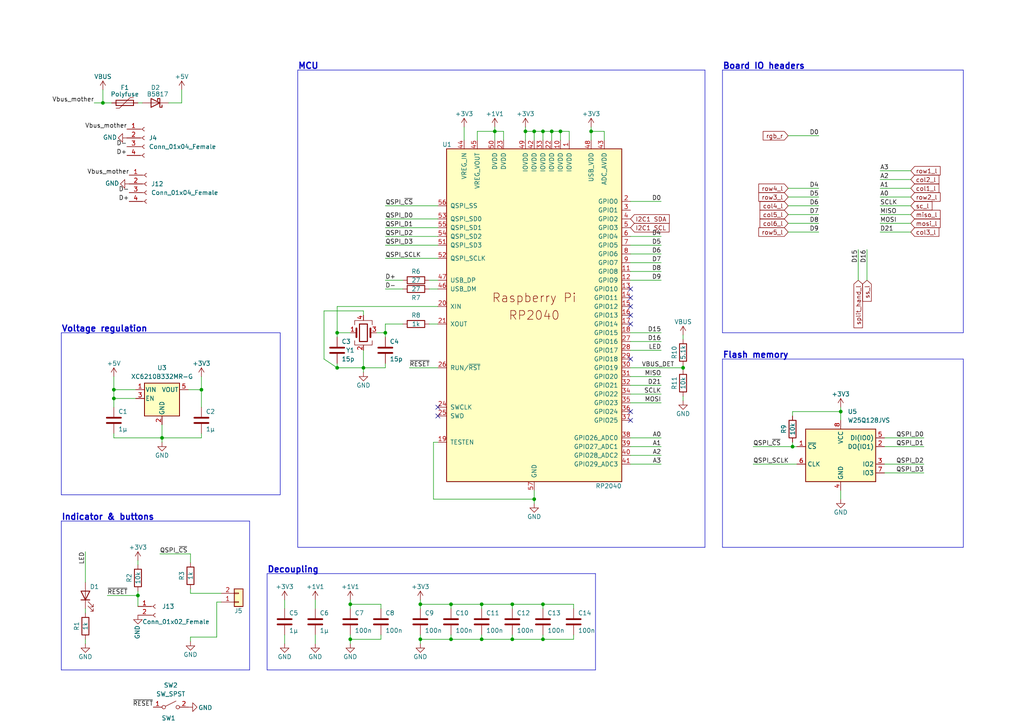
<source format=kicad_sch>
(kicad_sch (version 20230121) (generator eeschema)
  (paper "A4")
  (title_block (title "Splinktegrated  ") (rev "2") (company "bastardkb"))
  (junction (at -123.19 54.61))
  (junction (at 46.99 127))
  (junction (at 105.41 106.68))
  (junction (at 154.94 38.1))
  (junction (at 162.56 38.1))
  (junction (at 111.76 96.52))
  (junction (at 157.48 185.42))
  (junction (at 101.6 185.42))
  (junction (at 40.005 172.72))
  (junction (at -85.09 48.26))
  (junction (at -111.76 72.39))
  (junction (at 157.48 38.1))
  (junction (at 97.79 96.52))
  (junction (at 157.48 175.26))
  (junction (at 101.6 175.26))
  (junction (at 121.92 185.42))
  (junction (at 148.59 185.42))
  (junction (at 130.81 175.26))
  (junction (at 148.59 175.26))
  (junction (at 152.4 38.1))
  (junction (at 160.02 38.1))
  (junction (at 33.02 113.03))
  (junction (at 171.45 38.1))
  (junction (at 139.7 185.42))
  (junction (at 154.94 144.78))
  (junction (at -104.14 72.39))
  (junction (at 198.12 106.68))
  (junction (at 58.42 113.03))
  (junction (at 229.87 129.54))
  (junction (at 139.7 175.26))
  (junction (at -68.58 40.64))
  (junction (at -123.19 49.53))
  (junction (at 130.81 185.42))
  (junction (at 97.79 106.68))
  (junction (at -88.9 38.1))
  (junction (at 33.02 115.57))
  (junction (at -85.09 50.8))
  (junction (at 243.84 119.38))
  (junction (at 29.845 29.845))
  (junction (at -88.9 40.64))
  (junction (at 143.51 38.1))
  (junction (at 121.92 175.26))
  (no_connect (at 182.88 119.38))
  (no_connect (at 182.88 121.92))
  (no_connect (at 182.88 83.82))
  (no_connect (at 182.88 104.14))
  (no_connect (at 182.88 86.36))
  (no_connect (at 182.88 88.9))
  (no_connect (at 182.88 91.44))
  (no_connect (at 182.88 93.98))
  (no_connect (at -88.9 60.96))
  (no_connect (at -88.9 63.5))
  (no_connect (at 127 118.11))
  (no_connect (at 127 120.65))
  (polyline (pts (xy 209.55 96.52) (xy 279.4 96.52)))
  (wire (pts (xy 171.45 38.1) (xy 171.45 40.64)))
  (wire (pts (xy 33.02 115.57) (xy 33.02 118.11)))
  (wire (pts (xy 105.41 91.44) (xy 105.41 90.17)))
  (wire (pts (xy 118.745 106.68) (xy 127 106.68)))
  (wire (pts (xy 58.42 109.22) (xy 58.42 113.03)))
  (wire (pts (xy 55.245 170.815) (xy 55.245 172.085)))
  (wire (pts (xy 82.55 173.99) (xy 82.55 176.53)))
  (wire (pts (xy 40.005 29.845) (xy 41.275 29.845)))
  (wire (pts (xy 267.97 134.62) (xy 256.54 134.62)))
  (wire (pts (xy -123.19 49.53) (xy -85.09 49.53)))
  (wire (pts (xy -123.19 41.91) (xy -88.9 41.91)))
  (wire (pts (xy 101.6 175.26) (xy 110.49 175.26)))
  (wire (pts (xy 121.92 173.99) (xy 121.92 175.26)))
  (polyline (pts (xy 17.78 194.31) (xy 72.39 194.31)))
  (wire (pts (xy 255.27 54.61) (xy 264.16 54.61)))
  (wire (pts (xy 228.6 67.31) (xy 237.49 67.31)))
  (polyline (pts (xy 204.47 158.75) (xy 204.47 20.32)))
  (wire (pts (xy 182.88 127) (xy 191.77 127)))
  (wire (pts (xy -111.76 81.28) (xy -111.76 72.39)))
  (wire (pts (xy -88.9 50.8) (xy -85.09 50.8)))
  (wire (pts (xy 91.44 173.99) (xy 91.44 176.53)))
  (wire (pts (xy -85.09 54.61) (xy -85.09 50.8)))
  (wire (pts (xy 267.97 137.16) (xy 256.54 137.16)))
  (polyline (pts (xy 279.4 104.14) (xy 209.55 104.14)))
  (wire (pts (xy 111.76 66.04) (xy 127 66.04)))
  (wire (pts (xy 182.88 101.6) (xy 191.77 101.6)))
  (wire (pts (xy 121.92 185.42) (xy 130.81 185.42)))
  (wire (pts (xy 33.02 113.03) (xy 39.37 113.03)))
  (wire (pts (xy 101.6 175.26) (xy 101.6 176.53)))
  (wire (pts (xy 243.84 118.11) (xy 243.84 119.38)))
  (wire (pts (xy 109.22 96.52) (xy 111.76 96.52)))
  (wire (pts (xy 105.41 106.68) (xy 105.41 107.95)))
  (wire (pts (xy 162.56 38.1) (xy 165.1 38.1)))
  (wire (pts (xy -138.43 72.39) (xy -138.43 77.47)))
  (wire (pts (xy 48.895 29.845) (xy 52.705 29.845)))
  (wire (pts (xy 121.92 175.26) (xy 130.81 175.26)))
  (wire (pts (xy 228.6 64.77) (xy 237.49 64.77)))
  (wire (pts (xy 97.79 96.52) (xy 97.79 88.9)))
  (wire (pts (xy 111.76 68.58) (xy 127 68.58)))
  (wire (pts (xy 198.12 114.935) (xy 198.12 116.205)))
  (wire (pts (xy 143.51 38.1) (xy 143.51 40.64)))
  (wire (pts (xy 182.88 129.54) (xy 191.77 129.54)))
  (wire (pts (xy 130.81 184.15) (xy 130.81 185.42)))
  (wire (pts (xy -88.9 39.37) (xy -88.9 38.1)))
  (wire (pts (xy -85.09 48.26) (xy -88.9 48.26)))
  (polyline (pts (xy -39.37 137.795) (xy -121.92 137.795)))
  (wire (pts (xy 121.92 185.42) (xy 121.92 186.69)))
  (wire (pts (xy 267.97 127) (xy 256.54 127)))
  (wire (pts (xy 52.705 26.035) (xy 52.705 29.845)))
  (wire (pts (xy 33.02 127) (xy 46.99 127)))
  (wire (pts (xy 125.73 128.27) (xy 127 128.27)))
  (wire (pts (xy 101.6 185.42) (xy 101.6 186.69)))
  (wire (pts (xy 124.46 81.28) (xy 127 81.28)))
  (wire (pts (xy -88.9 45.72) (xy -86.36 45.72)))
  (wire (pts (xy 93.98 90.17) (xy 93.98 104.14)))
  (wire (pts (xy 101.6 185.42) (xy 110.49 185.42)))
  (wire (pts (xy 251.46 81.28) (xy 251.46 72.39)))
  (wire (pts (xy 139.7 185.42) (xy 148.59 185.42)))
  (wire (pts (xy 124.46 93.98) (xy 127 93.98)))
  (wire (pts (xy -86.36 45.72) (xy -85.09 48.26)))
  (wire (pts (xy -105.41 72.39) (xy -104.14 72.39)))
  (wire (pts (xy 243.84 142.24) (xy 243.84 144.78)))
  (wire (pts (xy 157.48 38.1) (xy 157.48 40.64)))
  (wire (pts (xy 111.76 106.68) (xy 111.76 105.41)))
  (wire (pts (xy 62.865 174.625) (xy 62.865 184.785)))
  (wire (pts (xy -88.9 33.02) (xy -86.36 33.02)))
  (wire (pts (xy 46.355 160.655) (xy 55.245 160.655)))
  (wire (pts (xy 58.42 125.73) (xy 58.42 127)))
  (wire (pts (xy 255.27 64.77) (xy 264.16 64.77)))
  (wire (pts (xy 255.27 62.23) (xy 264.16 62.23)))
  (wire (pts (xy 229.87 129.54) (xy 231.14 129.54)))
  (wire (pts (xy 248.92 81.28) (xy 248.92 72.39)))
  (wire (pts (xy 105.41 106.68) (xy 111.76 106.68)))
  (wire (pts (xy 154.94 144.78) (xy 154.94 146.05)))
  (wire (pts (xy -123.19 29.21) (xy -86.36 29.21)))
  (wire (pts (xy 182.88 109.22) (xy 191.77 109.22)))
  (wire (pts (xy 152.4 36.83) (xy 152.4 38.1)))
  (wire (pts (xy 146.05 40.64) (xy 146.05 38.1)))
  (wire (pts (xy 154.94 142.24) (xy 154.94 144.78)))
  (wire (pts (xy 40.005 171.45) (xy 40.005 172.72)))
  (wire (pts (xy -85.09 49.53) (xy -85.09 48.26)))
  (wire (pts (xy 175.26 40.64) (xy 175.26 38.1)))
  (wire (pts (xy -146.05 72.39) (xy -146.05 81.28)))
  (wire (pts (xy 55.245 160.655) (xy 55.245 163.195)))
  (wire (pts (xy 198.12 106.68) (xy 198.12 107.315)))
  (wire (pts (xy 139.7 184.15) (xy 139.7 185.42)))
  (wire (pts (xy 157.48 185.42) (xy 166.37 185.42)))
  (wire (pts (xy 182.88 68.58) (xy 191.77 68.58)))
  (wire (pts (xy -111.76 72.39) (xy -110.49 72.39)))
  (wire (pts (xy 182.88 114.3) (xy 191.77 114.3)))
  (wire (pts (xy 97.79 106.68) (xy 105.41 106.68)))
  (wire (pts (xy 166.37 176.53) (xy 166.37 175.26)))
  (wire (pts (xy 171.45 38.1) (xy 175.26 38.1)))
  (wire (pts (xy 125.73 128.27) (xy 125.73 144.78)))
  (wire (pts (xy 139.7 175.26) (xy 148.59 175.26)))
  (polyline (pts (xy -39.37 85.09) (xy -39.37 137.795)))
  (wire (pts (xy -88.9 41.91) (xy -88.9 40.64)))
  (wire (pts (xy 58.42 113.03) (xy 58.42 118.11)))
  (wire (pts (xy 218.44 134.62) (xy 231.14 134.62)))
  (wire (pts (xy 228.6 39.37) (xy 237.49 39.37)))
  (wire (pts (xy 152.4 38.1) (xy 152.4 40.64)))
  (wire (pts (xy 105.41 90.17) (xy 93.98 90.17)))
  (wire (pts (xy 255.27 52.07) (xy 264.16 52.07)))
  (wire (pts (xy 228.6 59.69) (xy 237.49 59.69)))
  (polyline (pts (xy 209.55 104.14) (xy 209.55 158.75)))
  (wire (pts (xy -123.19 52.07) (xy -123.19 54.61)))
  (wire (pts (xy -123.19 54.61) (xy -85.09 54.61)))
  (wire (pts (xy 148.59 175.26) (xy 157.48 175.26)))
  (wire (pts (xy 110.49 184.15) (xy 110.49 185.42)))
  (polyline (pts (xy 17.78 151.13) (xy 17.78 194.31)))
  (wire (pts (xy 182.88 106.68) (xy 198.12 106.68)))
  (wire (pts (xy 243.84 119.38) (xy 243.84 121.92)))
  (wire (pts (xy 182.88 132.08) (xy 191.77 132.08)))
  (wire (pts (xy 24.765 176.53) (xy 24.765 177.8)))
  (wire (pts (xy 40.005 172.72) (xy 40.005 175.895)))
  (wire (pts (xy 182.88 111.76) (xy 191.77 111.76)))
  (wire (pts (xy 111.76 96.52) (xy 111.76 97.79)))
  (wire (pts (xy 62.865 184.785) (xy 55.245 184.785)))
  (wire (pts (xy -88.9 38.1) (xy -80.01 38.1)))
  (wire (pts (xy 228.6 57.15) (xy 237.49 57.15)))
  (wire (pts (xy 121.92 184.15) (xy 121.92 185.42)))
  (wire (pts (xy 171.45 36.83) (xy 171.45 38.1)))
  (wire (pts (xy 97.79 97.79) (xy 97.79 96.52)))
  (wire (pts (xy 24.765 185.42) (xy 24.765 186.69)))
  (polyline (pts (xy 279.4 96.52) (xy 279.4 20.32)))
  (polyline (pts (xy -121.92 16.51) (xy -39.37 16.51)))
  (wire (pts (xy 228.6 54.61) (xy 237.49 54.61)))
  (wire (pts (xy 218.44 129.54) (xy 229.87 129.54)))
  (wire (pts (xy 130.81 185.42) (xy 139.7 185.42)))
  (wire (pts (xy -146.05 81.28) (xy -111.76 81.28)))
  (wire (pts (xy 82.55 184.15) (xy 82.55 186.69)))
  (wire (pts (xy 182.88 73.66) (xy 191.77 73.66)))
  (wire (pts (xy -123.19 39.37) (xy -88.9 39.37)))
  (wire (pts (xy 97.79 105.41) (xy 97.79 106.68)))
  (wire (pts (xy 130.81 175.26) (xy 130.81 176.53)))
  (wire (pts (xy -123.19 34.29) (xy -123.19 29.21)))
  (wire (pts (xy 97.79 96.52) (xy 101.6 96.52)))
  (wire (pts (xy 111.76 71.12) (xy 127 71.12)))
  (wire (pts (xy -138.43 77.47) (xy -104.14 77.47)))
  (wire (pts (xy 91.44 184.15) (xy 91.44 186.69)))
  (wire (pts (xy 64.135 174.625) (xy 62.865 174.625)))
  (wire (pts (xy 154.94 38.1) (xy 157.48 38.1)))
  (wire (pts (xy 182.88 96.52) (xy 191.77 96.52)))
  (wire (pts (xy -68.58 40.64) (xy -68.58 41.91)))
  (wire (pts (xy 229.87 128.27) (xy 229.87 129.54)))
  (wire (pts (xy 148.59 184.15) (xy 148.59 185.42)))
  (polyline (pts (xy -39.37 16.51) (xy -39.37 85.09)))
  (wire (pts (xy 160.02 38.1) (xy 160.02 40.64)))
  (polyline (pts (xy 17.78 96.52) (xy 81.28 96.52)))
  (wire (pts (xy 33.02 125.73) (xy 33.02 127)))
  (wire (pts (xy -86.36 29.21) (xy -86.36 33.02)))
  (wire (pts (xy -104.14 72.39) (xy -104.14 77.47)))
  (polyline (pts (xy 77.47 194.31) (xy 172.72 194.31)))
  (wire (pts (xy -72.39 38.1) (xy -68.58 38.1)))
  (wire (pts (xy 255.27 59.69) (xy 264.16 59.69)))
  (wire (pts (xy -111.76 71.12) (xy -111.76 72.39)))
  (wire (pts (xy 97.79 88.9) (xy 127 88.9)))
  (wire (pts (xy 182.88 116.84) (xy 191.77 116.84)))
  (wire (pts (xy 111.76 83.82) (xy 116.84 83.82)))
  (wire (pts (xy 267.97 129.54) (xy 256.54 129.54)))
  (wire (pts (xy 148.59 185.42) (xy 157.48 185.42)))
  (wire (pts (xy 33.02 109.22) (xy 33.02 113.03)))
  (wire (pts (xy 229.87 119.38) (xy 243.84 119.38)))
  (wire (pts (xy 138.43 38.1) (xy 143.51 38.1)))
  (wire (pts (xy 33.02 113.03) (xy 33.02 115.57)))
  (wire (pts (xy -88.9 40.64) (xy -80.01 40.64)))
  (wire (pts (xy 27.305 29.845) (xy 29.845 29.845)))
  (wire (pts (xy 111.76 63.5) (xy 127 63.5)))
  (wire (pts (xy 55.245 184.785) (xy 55.245 186.055)))
  (wire (pts (xy 148.59 175.26) (xy 148.59 176.53)))
  (wire (pts (xy 29.845 26.035) (xy 29.845 29.845)))
  (polyline (pts (xy 172.72 194.31) (xy 172.72 166.37)))
  (polyline (pts (xy 81.28 143.51) (xy 17.78 143.51)))
  (wire (pts (xy 116.84 93.98) (xy 111.76 93.98)))
  (wire (pts (xy 143.51 36.83) (xy 143.51 38.1)))
  (polyline (pts (xy -122.555 137.795) (xy -121.92 16.51)))
  (wire (pts (xy 111.76 59.69) (xy 127 59.69)))
  (wire (pts (xy 165.1 40.64) (xy 165.1 38.1)))
  (polyline (pts (xy 209.55 158.75) (xy 279.4 158.75)))
  (polyline (pts (xy 77.47 166.37) (xy 172.72 166.37)))
  (wire (pts (xy 24.765 160.02) (xy 24.765 168.91)))
  (wire (pts (xy 157.48 38.1) (xy 160.02 38.1)))
  (wire (pts (xy 111.76 93.98) (xy 111.76 96.52)))
  (wire (pts (xy 46.99 123.19) (xy 46.99 127)))
  (wire (pts (xy 93.98 104.14) (xy 97.79 106.68)))
  (wire (pts (xy 229.87 120.65) (xy 229.87 119.38)))
  (wire (pts (xy 198.12 97.155) (xy 198.12 98.425)))
  (wire (pts (xy 124.46 83.82) (xy 127 83.82)))
  (wire (pts (xy 157.48 175.26) (xy 166.37 175.26)))
  (wire (pts (xy 105.41 101.6) (xy 105.41 106.68)))
  (polyline (pts (xy 279.4 20.32) (xy 209.55 20.32)))
  (wire (pts (xy 182.88 76.2) (xy 191.77 76.2)))
  (wire (pts (xy -85.09 50.8) (xy -86.36 53.34)))
  (wire (pts (xy 54.61 113.03) (xy 58.42 113.03)))
  (wire (pts (xy 182.88 78.74) (xy 191.77 78.74)))
  (wire (pts (xy 121.92 175.26) (xy 121.92 176.53)))
  (wire (pts (xy 111.76 74.93) (xy 127 74.93)))
  (polyline (pts (xy 209.55 20.32) (xy 209.55 96.52)))
  (wire (pts (xy -85.09 48.26) (xy -79.375 48.26)))
  (wire (pts (xy 138.43 40.64) (xy 138.43 38.1)))
  (polyline (pts (xy 86.36 158.75) (xy 204.47 158.75)))
  (wire (pts (xy 154.94 38.1) (xy 154.94 40.64)))
  (wire (pts (xy 157.48 175.26) (xy 157.48 176.53)))
  (polyline (pts (xy 17.78 143.51) (xy 17.78 96.52)))
  (polyline (pts (xy 204.47 20.32) (xy 86.36 20.32)))
  (wire (pts (xy 182.88 58.42) (xy 191.77 58.42)))
  (wire (pts (xy -72.39 40.64) (xy -68.58 40.64)))
  (wire (pts (xy 111.76 81.28) (xy 116.84 81.28)))
  (wire (pts (xy 162.56 38.1) (xy 162.56 40.64)))
  (wire (pts (xy 198.12 106.045) (xy 198.12 106.68)))
  (wire (pts (xy -123.19 46.99) (xy -123.19 49.53)))
  (wire (pts (xy 182.88 134.62) (xy 191.77 134.62)))
  (polyline (pts (xy 77.47 166.37) (xy 77.47 194.31)))
  (wire (pts (xy 255.27 57.15) (xy 264.16 57.15)))
  (wire (pts (xy -68.58 38.1) (xy -68.58 40.64)))
  (wire (pts (xy 264.16 67.31) (xy 255.27 67.31)))
  (wire (pts (xy -86.36 53.34) (xy -88.9 53.34)))
  (wire (pts (xy 110.49 176.53) (xy 110.49 175.26)))
  (wire (pts (xy -85.09 50.8) (xy -79.375 50.8)))
  (wire (pts (xy 157.48 184.15) (xy 157.48 185.42)))
  (wire (pts (xy 55.245 172.085) (xy 64.135 172.085)))
  (wire (pts (xy 160.02 38.1) (xy 162.56 38.1)))
  (polyline (pts (xy 81.28 96.52) (xy 81.28 143.51)))
  (wire (pts (xy -104.14 71.12) (xy -104.14 72.39)))
  (polyline (pts (xy 72.39 194.31) (xy 72.39 151.13)))
  (wire (pts (xy 152.4 38.1) (xy 154.94 38.1)))
  (wire (pts (xy 182.88 81.28) (xy 191.77 81.28)))
  (wire (pts (xy 46.99 127) (xy 46.99 128.27)))
  (wire (pts (xy 166.37 184.15) (xy 166.37 185.42)))
  (polyline (pts (xy 17.78 151.13) (xy 72.39 151.13)))
  (wire (pts (xy 101.6 184.15) (xy 101.6 185.42)))
  (wire (pts (xy 31.115 172.72) (xy 40.005 172.72)))
  (wire (pts (xy 40.005 162.56) (xy 40.005 163.83)))
  (polyline (pts (xy 86.36 20.32) (xy 86.36 158.75)))
  (wire (pts (xy 125.73 144.78) (xy 154.94 144.78)))
  (wire (pts (xy 182.88 71.12) (xy 191.77 71.12)))
  (wire (pts (xy 134.62 36.83) (xy 134.62 40.64)))
  (wire (pts (xy 143.51 38.1) (xy 146.05 38.1)))
  (wire (pts (xy 139.7 175.26) (xy 139.7 176.53)))
  (wire (pts (xy 46.99 127) (xy 58.42 127)))
  (wire (pts (xy 29.845 29.845) (xy 32.385 29.845)))
  (wire (pts (xy 101.6 173.99) (xy 101.6 175.26)))
  (wire (pts (xy 33.02 115.57) (xy 39.37 115.57)))
  (wire (pts (xy 182.88 99.06) (xy 191.77 99.06)))
  (wire (pts (xy 228.6 62.23) (xy 237.49 62.23)))
  (wire (pts (xy 255.27 49.53) (xy 264.16 49.53)))
  (wire (pts (xy 130.81 175.26) (xy 139.7 175.26)))
  (polyline (pts (xy 279.4 158.75) (xy 279.4 104.14)))
  (rectangle (start 298.45 82.55) (end 454.66 165.1))
  (text "Decoupling" (at 77.47 166.37 0) (effects (font (size 1.778 1.778) (thickness 0.3556) bold) (justify left bottom)))
  (text "Board IO headers" (at 209.55 20.32 0) (effects (font (size 1.778 1.778) (thickness 0.3556) bold) (justify left bottom)))
  (text "USB-C connector" (at -121.92 16.51 0) (effects (font (size 1.778 1.778) (thickness 0.3556) bold) (justify left bottom)))
  (text "Serial and protection" (at 298.45 81.28 0) (effects (font (size 1.778 1.778) (thickness 0.3556) bold) (justify left bottom)))
  (text "Indicator & buttons" (at 17.78 151.13 0) (effects (font (size 1.778 1.778) (thickness 0.3556) bold) (justify left bottom)))
  (text "ESD protection" (at -111.76 98.425 0) (effects (font (size 1.778 1.778) (thickness 0.3556) bold) (justify left bottom)))
  (text "Voltage regulation" (at 17.78 96.52 0) (effects (font (size 1.778 1.778) (thickness 0.3556) bold) (justify left bottom)))
  (text "Headers" (at -81.28 62.865 0) (effects (font (size 1.778 1.778) (thickness 0.3556) bold) (justify left bottom)))
  (text "MCU" (at 86.36 20.32 0) (effects (font (size 1.778 1.778) (thickness 0.3556) bold) (justify left bottom)))
  (text "Flash memory" (at 209.55 104.14 0) (effects (font (size 1.778 1.778) (thickness 0.3556) bold) (justify left bottom)))
  (label "D8" (at 191.77 78.74 180))
  (label "QSPI_D2" (at 111.76 68.58 0))
  (label "SCLK" (at 191.77 114.3 180))
  (label "D15" (at 191.77 96.52 180))
  (label "Gnd_daughter" (at -93.345 125.73 0))
  (label "D16" (at 191.77 99.06 180))
  (label "LED" (at 191.77 101.6 180))
  (label "SCLK" (at 255.27 59.69 0))
  (label "Gnd_daughter" (at -104.14 73.66 0))
  (label "D0" (at 237.49 39.37 180))
  (label "D-_daughter" (at -103.505 118.11 180))
  (label "D+" (at 37.465 58.42 180))
  (label "VBUS_DET" (at 195.58 106.68 180))
  (label "D6" (at 191.77 73.66 180))
  (label "MOSI" (at 191.77 116.84 180))
  (label "D8" (at 237.49 64.77 180))
  (label "D+_daughter" (at -66.675 87.63 180))
  (label "D-" (at 37.465 55.88 180))
  (label "A2" (at 191.77 132.08 180))
  (label "Gnd_daughter" (at -66.675 82.55 180))
  (label "D7" (at 191.77 76.2 180))
  (label "D-" (at 111.76 83.82 0))
  (label "~{RESET}" (at 31.115 172.72 0))
  (label "Vbus_daughter" (at -86.36 29.21 0))
  (label "QSPI_SCLK" (at 218.44 134.62 0))
  (label "D4" (at 191.77 68.58 180))
  (label "A3" (at 255.27 49.53 0))
  (label "D9" (at 237.49 67.31 180))
  (label "Vbus_daughter" (at -67.31 66.675 180))
  (label "QSPI_D0" (at 267.97 127 180))
  (label "D16" (at 251.46 72.39 270))
  (label "QSPI_~{CS}" (at 218.44 129.54 0))
  (label "QSPI_D1" (at 111.76 66.04 0))
  (label "D5" (at 237.49 57.15 180))
  (label "MOSI" (at 255.27 64.77 0))
  (label "D+" (at 36.83 45.085 180))
  (label "MISO" (at 255.27 62.23 0))
  (label "~{RESET}" (at 118.745 106.68 0))
  (label "D7" (at 237.49 62.23 180))
  (label "D-_daughter" (at -67.31 71.755 180))
  (label "QSPI_D3" (at 111.76 71.12 0))
  (label "~{RESET}" (at 44.45 205.105 180))
  (label "QSPI_~{CS}" (at 111.76 59.69 0))
  (label "Gnd_daughter" (at -67.31 69.215 180))
  (label "A1" (at 191.77 129.54 180))
  (label "Vbus_mother" (at 27.305 29.845 180))
  (label "D5" (at 191.77 71.12 180))
  (label "QSPI_D2" (at 267.97 134.62 180))
  (label "D-" (at 36.83 42.545 180))
  (label "D15" (at 248.92 72.39 270))
  (label "D9" (at 191.77 81.28 180))
  (label "A0" (at 255.27 57.15 0))
  (label "Vbus_mother" (at 36.83 37.465 180))
  (label "D+" (at 111.76 81.28 0))
  (label "D-_daughter" (at -79.375 48.26 0))
  (label "D+_daughter" (at -83.185 113.03 0))
  (label "D6" (at 237.49 59.69 180))
  (label "LED" (at 24.765 160.02 270))
  (label "Vbus_daughter" (at -66.675 80.01 180))
  (label "D21" (at 191.77 111.76 180))
  (label "QSPI_D1" (at 267.97 129.54 180))
  (label "MISO" (at 191.77 109.22 180))
  (label "Gnd_daughter" (at -68.58 41.91 0))
  (label "D-_daughter" (at -66.675 85.09 180))
  (label "A2" (at 255.27 52.07 0))
  (label "D+_daughter" (at -67.31 74.295 180))
  (label "QSPI_~{CS}" (at 46.355 160.655 0))
  (label "Vbus_daughter" (at -93.345 105.41 0))
  (label "QSPI_SCLK" (at 111.76 74.93 0))
  (label "QSPI_D3" (at 267.97 137.16 180))
  (label "A3" (at 191.77 134.62 180))
  (label "D0" (at 191.77 58.42 180))
  (label "D21" (at 255.27 67.31 0))
  (label "Vbus_mother" (at 37.465 50.8 180))
  (label "D-_daughter" (at -103.505 113.03 180))
  (label "D+_daughter" (at -79.375 50.8 0))
  (label "A0" (at 191.77 127 180))
  (label "~{RESET}" (at 43.815 214.63 180))
  (label "QSPI_D0" (at 111.76 63.5 0))
  (label "D4" (at 237.49 54.61 180))
  (label "D+_daughter" (at -83.185 118.11 0))
  (label "A1" (at 255.27 54.61 0))
  (global_label "row3_l" (shape input) (at 313.69 54.61 180) (property "Intersheetrefs" "${INTERSHEET_REFS}" (effects hide)))
  (global_label "I2C1 SCL Raw" (shape input) (at 321.31 96.52 0) (property "Intersheetrefs" "${INTERSHEET_REFS}" (effects hide)))
  (global_label "ss_l" (shape input) (at 312.42 25.4 180) (property "Intersheetrefs" "${INTERSHEET_REFS}" (effects hide)))
  (global_label "miso_l" (shape input) (at 312.42 33.02 180) (property "Intersheetrefs" "${INTERSHEET_REFS}" (effects hide)))
  (global_label "col3_l" (shape input) (at 264.16 67.31 0) (property "Intersheetrefs" "${INTERSHEET_REFS}" (effects hide)))
  (global_label "rgb_r" (shape input) (at 228.6 39.37 180) (property "Intersheetrefs" "${INTERSHEET_REFS}" (effects hide)))
  (global_label "split_hand_l" (shape input) (at 248.92 81.28 270) (property "Intersheetrefs" "${INTERSHEET_REFS}" (effects hide)))
  (global_label "sc_l" (shape input) (at 312.42 30.48 180) (property "Intersheetrefs" "${INTERSHEET_REFS}" (effects hide)))
  (global_label "col3_l" (shape input) (at 353.06 22.86 180) (property "Intersheetrefs" "${INTERSHEET_REFS}" (effects hide)))
  (global_label "col4_l" (shape input) (at 313.69 57.15 180) (property "Intersheetrefs" "${INTERSHEET_REFS}" (effects hide)))
  (global_label "I2C1 SCL" (shape input) (at 361.95 100.33 180) (property "Intersheetrefs" "${INTERSHEET_REFS}" (effects hide)))
  (global_label "I2C1 SCL" (shape input) (at 182.88 66.04 0) (property "Intersheetrefs" "${INTERSHEET_REFS}" (effects hide)))
  (global_label "col4_l" (shape input) (at 228.6 59.69 180) (property "Intersheetrefs" "${INTERSHEET_REFS}" (effects hide)))
  (global_label "col1_l" (shape input) (at 353.06 30.48 180) (property "Intersheetrefs" "${INTERSHEET_REFS}" (effects hide)))
  (global_label "row5_l" (shape input) (at 313.69 64.77 180) (property "Intersheetrefs" "${INTERSHEET_REFS}" (effects hide)))
  (global_label "I2C1 SCL Raw" (shape input) (at 327.66 134.62 0) (property "Intersheetrefs" "${INTERSHEET_REFS}" (effects hide)))
  (global_label "ss_l" (shape input) (at 251.46 81.28 270) (property "Intersheetrefs" "${INTERSHEET_REFS}" (effects hide)))
  (global_label "row2_l" (shape input) (at 353.06 33.02 180) (property "Intersheetrefs" "${INTERSHEET_REFS}" (effects hide)))
  (global_label "I2C1 SDA Raw" (shape input) (at 327.66 132.08 0) (property "Intersheetrefs" "${INTERSHEET_REFS}" (effects hide)))
  (global_label "col5_l" (shape input) (at 313.69 59.69 180) (property "Intersheetrefs" "${INTERSHEET_REFS}" (effects hide)))
  (global_label "row1_l" (shape input) (at 264.16 49.53 0) (property "Intersheetrefs" "${INTERSHEET_REFS}" (effects hide)))
  (global_label "I2C1 SDA Raw" (shape input) (at 321.31 93.98 0) (property "Intersheetrefs" "${INTERSHEET_REFS}" (effects hide)))
  (global_label "row2_l" (shape input) (at 264.16 57.15 0) (property "Intersheetrefs" "${INTERSHEET_REFS}" (effects hide)))
  (global_label "I2C1 SDA" (shape input) (at 182.88 63.5 0) (property "Intersheetrefs" "${INTERSHEET_REFS}" (effects hide)))
  (global_label "row4_l" (shape input) (at 313.69 52.07 180) (property "Intersheetrefs" "${INTERSHEET_REFS}" (effects hide)))
  (global_label "row4_l" (shape input) (at 228.6 54.61 180) (property "Intersheetrefs" "${INTERSHEET_REFS}" (effects hide)))
  (global_label "I2C1 SCL Raw" (shape input) (at 361.95 105.41 180) (property "Intersheetrefs" "${INTERSHEET_REFS}" (effects hide)))
  (global_label "col2_l" (shape input) (at 264.16 52.07 0) (property "Intersheetrefs" "${INTERSHEET_REFS}" (effects hide)))
  (global_label "rgb_r" (shape input) (at 334.01 31.75 180) (property "Intersheetrefs" "${INTERSHEET_REFS}" (effects hide)))
  (global_label "col6_l" (shape input) (at 228.6 64.77 180) (property "Intersheetrefs" "${INTERSHEET_REFS}" (effects hide)))
  (global_label "I2C1 SDA" (shape input) (at 382.27 100.33 0) (property "Intersheetrefs" "${INTERSHEET_REFS}" (effects hide)))
  (global_label "miso_l" (shape input) (at 264.16 62.23 0) (property "Intersheetrefs" "${INTERSHEET_REFS}" (effects hide)))
  (global_label "mosi_l" (shape input) (at 312.42 27.94 180) (property "Intersheetrefs" "${INTERSHEET_REFS}" (effects hide)))
  (global_label "mosi_l" (shape input) (at 264.16 64.77 0) (property "Intersheetrefs" "${INTERSHEET_REFS}" (effects hide)))
  (global_label "col5_l" (shape input) (at 228.6 62.23 180) (property "Intersheetrefs" "${INTERSHEET_REFS}" (effects hide)))
  (global_label "sc_l" (shape input) (at 264.16 59.69 0) (property "Intersheetrefs" "${INTERSHEET_REFS}" (effects hide)))
  (global_label "I2C1 SDA Raw" (shape input) (at 382.27 105.41 0) (property "Intersheetrefs" "${INTERSHEET_REFS}" (effects hide)))
  (global_label "col6_l" (shape input) (at 313.69 62.23 180) (property "Intersheetrefs" "${INTERSHEET_REFS}" (effects hide)))
  (global_label "row5_l" (shape input) (at 228.6 67.31 180) (property "Intersheetrefs" "${INTERSHEET_REFS}" (effects hide)))
  (global_label "row1_l" (shape input) (at 353.06 25.4 180) (property "Intersheetrefs" "${INTERSHEET_REFS}" (effects hide)))
  (global_label "row3_l" (shape input) (at 228.6 57.15 180) (property "Intersheetrefs" "${INTERSHEET_REFS}" (effects hide)))
  (global_label "col1_l" (shape input) (at 264.16 54.61 0) (property "Intersheetrefs" "${INTERSHEET_REFS}" (effects hide)))
  (global_label "col2_l" (shape input) (at 353.06 27.94 180) (property "Intersheetrefs" "${INTERSHEET_REFS}" (effects hide)))
  (symbol (lib_id "power:GND") (at 321.31 91.44 90) (unit 1)
    (property "Reference" "#PWR07" (effects hide))
    (property "Value" "GND" (at 328.2949 91.596 90) (effects (justify left)))
  )
  (symbol (lib_id "power:GND") (at 36.83 40.005 270) (unit 1)
    (property "Reference" "#PWR042" (effects hide))
    (property "Value" "GND" (at 29.8451 39.849 90) (effects (justify left)))
  )
  (symbol (lib_id "Device:C") (at 148.59 180.34 0) (unit 1)
    (property "Reference" "C12" (at 149.86 177.8 0) (effects (justify left)))
    (property "Value" "100n" (at 149.86 182.88 0) (effects (justify left)))
    (property "Footprint" "Capacitor_SMD:C_0402_1005Metric" (effects hide))
    (property "LCSC" "C1525" (effects hide))
  )
  (symbol (lib_id "Connector_Generic:Conn_01x02") (at 69.215 174.625 0) (mirror x) (unit 1) (in_bom no)
    (property "Reference" "J5" (at 67.945 177.165 0) (effects (justify left)))
    (property "Value" "Conn_01x02" (effects hide))
    (property "Footprint" "drawings:PinHeader_1x02_P1.27mm_Vertical" (effects hide))
  )
  (symbol (lib_id "MCU_RaspberryPi_RP2040:RP2040") (at 154.94 91.44 0) (unit 1)
    (property "Reference" "U1" (at 128.27 41.91 0) (effects (justify left)))
    (property "Value" "RP2040" (at 172.72 140.97 0) (effects (justify left)))
    (property "Footprint" "0xLib_Package_DFN_QFN:QFN-56-1EP_7x7mm_P0.4mm_EP3.2x3.2mm" (effects hide))
    (property "LCSC" "C2040" (effects hide))
  )
  (symbol (lib_id "Device:R") (at -76.2 38.1 90) (unit 1)
    (property "Reference" "R4" (at -71.755 34.925 90))
    (property "Value" "5.1k" (at -76.2 38.1 90))
    (property "Footprint" "Resistor_SMD:R_0402_1005Metric" (effects hide))
    (property "LCSC" "C25905" (effects hide))
  )
  (symbol (lib_id "power:+3.3V") (at 40.005 162.56 0) (unit 1)
    (property "Reference" "#PWR04" (effects hide))
    (property "Value" "+3.3V" (at 40.005 158.75 0))
  )
  (symbol (lib_id "power:GND") (at 55.245 186.055 0) (unit 1)
    (property "Reference" "#PWR09" (effects hide))
    (property "Value" "GND" (at 55.245 189.865 0))
  )
  (symbol (lib_id "power:VBUS") (at 29.845 26.035 0) (unit 1)
    (property "Reference" "#PWR0104" (effects hide))
    (property "Value" "VBUS" (at 29.845 22.225 0))
  )
  (symbol (lib_id "Connector:Conn_01x05_Female") (at 358.14 27.94 0) (unit 1) (in_bom no)
    (property "Reference" "J10" (at 356.87 19.05 0) (effects (justify left)))
    (property "Value" "Ribbon" (at 349.25 38.1 0) (effects (justify left)))
    (property "Footprint" "Library:5_PinHeader" (effects hide))
  )
  (symbol (lib_id "power:GND") (at 24.765 186.69 0) (unit 1)
    (property "Reference" "#PWR01" (effects hide))
    (property "Value" "GND" (at 24.765 190.5 0))
  )
  (symbol (lib_id "power:GND") (at 372.11 113.03 0) (unit 1)
    (property "Reference" "#PWR029" (effects hide))
    (property "Value" "GND" (at 371.954 120.0149 90) (effects (justify left)))
  )
  (symbol (lib_id "power:+3.3V") (at 321.31 99.06 270) (unit 1)
    (property "Reference" "#PWR032" (effects hide))
    (property "Value" "+3.3V" (at 325.12 99.06 0))
  )
  (symbol (lib_id "Switch:SW_SPST") (at 48.895 214.63 0) (unit 1) (in_bom no)
    (property "Reference" "SW1" (at 48.895 208.28 0))
    (property "Value" "SW_SPST" (at 48.895 210.82 0))
    (property "Footprint" "Library:PushSwitch" (effects hide))
  )
  (symbol (lib_id "Device:R") (at 120.65 93.98 90) (unit 1)
    (property "Reference" "R8" (at 120.65 91.44 90))
    (property "Value" "1k" (at 120.65 93.98 90))
    (property "Footprint" "Resistor_SMD:R_0402_1005Metric" (effects hide))
    (property "LCSC" "C11702" (effects hide))
  )
  (symbol (lib_id "Memory_Flash:W25Q128JVS") (at 243.84 132.08 0) (unit 1)
    (property "Reference" "U5" (at 245.8594 119.38 0) (effects (justify left)))
    (property "Value" "W25Q128JVS" (at 245.8594 121.92 0) (effects (justify left)))
    (property "Footprint" "drawings:W25Q128JVPIQ" (effects hide))
    (property "Datasheet" "http://www.winbond.com/resource-files/w25q128jv_dtr%20revc%2003272018%20plus.pdf" (effects hide))
  )
  (symbol (lib_id "Device:Polyfuse") (at 36.195 29.845 90) (unit 1)
    (property "Reference" "F1" (at 36.195 25.4 90))
    (property "Value" "Polyfuse" (at 36.195 27.305 90))
    (property "Footprint" "Fuse:Fuse_0603_1608Metric" (effects hide))
    (property "LCSC" "C69679" (effects hide))
  )
  (symbol (lib_id "Device:R") (at 198.12 102.235 180) (unit 1)
    (property "Reference" "R10" (at 195.58 102.235 90))
    (property "Value" "5.1k" (at 198.12 102.235 90))
    (property "Footprint" "Resistor_SMD:R_0402_1005Metric" (effects hide))
    (property "LCSC" "C25905" (effects hide))
  )
  (symbol (lib_id "power:GND") (at 53.975 214.63 90) (unit 1)
    (property "Reference" "#PWR03" (effects hide))
    (property "Value" "GND" (at 60.9599 214.786 90) (effects (justify left)))
  )
  (symbol (lib_id "Device:C") (at 157.48 180.34 0) (unit 1)
    (property "Reference" "C13" (at 158.75 177.8 0) (effects (justify left)))
    (property "Value" "100n" (at 158.75 182.88 0) (effects (justify left)))
    (property "Footprint" "Capacitor_SMD:C_0402_1005Metric" (effects hide))
    (property "LCSC" "C1525" (effects hide))
  )
  (symbol (lib_id "power:GND") (at 37.465 53.34 270) (unit 1)
    (property "Reference" "#PWR044" (effects hide))
    (property "Value" "GND" (at 30.4801 53.184 90) (effects (justify left)))
  )
  (symbol (lib_id "Device:C") (at 166.37 180.34 0) (unit 1)
    (property "Reference" "C14" (at 167.64 177.8 0) (effects (justify left)))
    (property "Value" "100n" (at 167.64 182.88 0) (effects (justify left)))
    (property "Footprint" "Capacitor_SMD:C_0402_1005Metric" (effects hide))
    (property "LCSC" "C1525" (effects hide))
  )
  (symbol (lib_id "Device:R") (at 120.65 81.28 90) (unit 1)
    (property "Reference" "R6" (at 120.65 78.74 90))
    (property "Value" "27" (at 120.65 81.28 90))
    (property "Footprint" "Resistor_SMD:R_0402_1005Metric" (effects hide))
    (property "LCSC" "C25100" (effects hide))
  )
  (symbol (lib_id "Regulator_Linear:AP2127K-3.3") (at 46.99 115.57 0) (unit 1)
    (property "Reference" "U3" (at 46.99 106.68 0))
    (property "Value" "XC6210B332MR-G" (at 46.99 109.22 0))
    (property "Footprint" "Package_TO_SOT_SMD:SOT-23-5" (effects hide))
    (property "LCSC" "C82942" (effects hide))
    (property "LCSC2" "C47719" (effects hide))
  )
  (symbol (lib_id "Connector:RJ9") (at 317.5 134.62 0) (unit 1)
    (property "Reference" "J11" (at 317.5 123.19 0))
    (property "Value" "RJ9" (at 317.5 125.73 0))
    (property "Footprint" "JohnDeereLibrary:AMPHENOL_73306-111LF" (effects hide))
  )
  (symbol (lib_id "Device:C") (at 121.92 180.34 0) (unit 1)
    (property "Reference" "C9" (at 123.19 177.8 0) (effects (justify left)))
    (property "Value" "100n" (at 123.19 182.88 0) (effects (justify left)))
    (property "Footprint" "Capacitor_SMD:C_0402_1005Metric" (effects hide))
    (property "LCSC" "C1525" (effects hide))
  )
  (symbol (lib_id "Device:C") (at 82.55 180.34 0) (unit 1)
    (property "Reference" "C5" (at 83.82 177.8 0) (effects (justify left)))
    (property "Value" "1µ" (at 83.82 182.88 0) (effects (justify left)))
    (property "Footprint" "Capacitor_SMD:C_0402_1005Metric" (effects hide))
    (property "LCSC" "C52923" (effects hide))
  )
  (symbol (lib_id "power:GND") (at 82.55 186.69 0) (unit 1)
    (property "Reference" "#PWR012" (effects hide))
    (property "Value" "GND" (at 82.55 190.5 0))
  )
  (symbol (lib_id "Device:C") (at 33.02 121.92 0) (unit 1)
    (property "Reference" "C1" (at 34.29 119.38 0) (effects (justify left)))
    (property "Value" "1µ" (at 34.29 124.46 0) (effects (justify left)))
    (property "Footprint" "Capacitor_SMD:C_0603_1608Metric" (effects hide))
    (property "LCSC" "C19666" (effects hide))
  )
  (symbol (lib_id "Device:Crystal_GND24") (at 105.41 96.52 0) (mirror x) (unit 1)
    (property "Reference" "Y1" (at 101.6 101.6 0))
    (property "Value" "Crystal_GND24" (effects hide))
    (property "Footprint" "Crystal:Crystal_SMD_2520-4Pin_2.5x2.0mm" (effects hide))
    (property "LCSC" "C2149204" (effects hide))
  )
  (symbol (lib_id "power:GND") (at 312.42 35.56 270) (unit 1)
    (property "Reference" "#PWR035" (effects hide))
    (property "Value" "GND" (at 306.07 35.56 90) (effects (justify left)))
  )
  (symbol (lib_id "power:+3.3V") (at 334.01 26.67 90) (unit 1)
    (property "Reference" "#PWR013" (effects hide))
    (property "Value" "+3.3V" (at 330.2 26.67 0))
  )
  (symbol (lib_id "Connector:USB_C_Receptacle_USB2.0") (at -138.43 49.53 0) (unit 1)
    (property "Reference" "J14" (at -138.43 26.67 0))
    (property "Value" "USB_C_Receptacle_USB2.0" (at -138.43 29.21 0))
    (property "Footprint" "Connector_USB:USB_C_Receptacle_HRO_TYPE-C-31-M-12" (effects hide))
    (property "Datasheet" "https://www.usb.org/sites/default/files/documents/usb_type-c.zip" (effects hide))
    (property "LCSC" "C223907" (effects hide))
  )
  (symbol (lib_id "Device:R") (at 198.12 111.125 180) (unit 1)
    (property "Reference" "R11" (at 195.58 111.125 90))
    (property "Value" "10k" (at 198.12 111.125 90))
    (property "Footprint" "Resistor_SMD:R_0402_1005Metric" (effects hide))
    (property "LCSC" "C25744" (effects hide))
  )
  (symbol (lib_id "Connector:Conn_01x04_Female") (at -62.23 69.215 0) (unit 1) (in_bom no)
    (property "Reference" "J2" (at -60.96 69.2149 0) (effects (justify left)))
    (property "Value" "Conn_01x04_Female" (at -60.96 71.7549 0) (effects (justify left)))
    (property "Footprint" "drawings:PinHeader_1x04_P2.54mm_Vertical" (effects hide))
  )
  (symbol (lib_id "Device:LED") (at 24.765 172.72 90) (unit 1)
    (property "Reference" "D1" (at 26.035 170.18 90) (effects (justify right)))
    (property "Value" "LED" (effects hide))
    (property "Footprint" "LED_SMD:LED_0402_1005Metric" (effects hide))
    (property "LCSC" "C130719" (effects hide))
  )
  (symbol (lib_id "power:+3.3V") (at 152.4 36.83 0) (unit 1)
    (property "Reference" "#PWR023" (effects hide))
    (property "Value" "+3.3V" (at 152.4 33.02 0))
  )
  (symbol (lib_id "power:+3.3V") (at 327.66 137.16 270) (unit 1)
    (property "Reference" "#PWR010" (effects hide))
    (property "Value" "+3.3V" (at 331.47 137.16 0))
  )
  (symbol (lib_id "Power_Protection:USBLC6-2P6") (at 372.11 102.87 0) (unit 1)
    (property "Reference" "U2" (at 374.7517 91.44 0) (effects (justify left)))
    (property "Value" "USBLC6-2P6" (at 374.7517 93.98 0) (effects (justify left)))
    (property "Footprint" "Package_TO_SOT_SMD:SOT-666" (effects hide))
    (property "Datasheet" "https://www.st.com/resource/en/datasheet/usblc6-2.pdf" (effects hide))
  )
  (symbol (lib_id "Connector:USB_C_Receptacle_USB2.0") (at -104.14 48.26 0) (unit 1)
    (property "Reference" "J1" (at -104.14 25.4 0))
    (property "Value" "USB_C_Receptacle_USB2.0" (at -104.14 27.94 0))
    (property "Footprint" "Connector_USB:USB_C_Receptacle_HRO_TYPE-C-31-M-12" (effects hide))
    (property "Datasheet" "https://www.usb.org/sites/default/files/documents/usb_type-c.zip" (effects hide))
    (property "LCSC" "C223907" (effects hide))
  )
  (symbol (lib_id "power:+3.3V") (at 82.55 173.99 0) (unit 1)
    (property "Reference" "#PWR011" (effects hide))
    (property "Value" "+3.3V" (at 82.55 170.18 0))
  )
  (symbol (lib_id "power:+1V1") (at 101.6 173.99 0) (unit 1)
    (property "Reference" "#PWR017" (effects hide))
    (property "Value" "+1V1" (at 101.6 170.18 0))
  )
  (symbol (lib_id "Device:C") (at 91.44 180.34 0) (unit 1)
    (property "Reference" "C6" (at 92.71 177.8 0) (effects (justify left)))
    (property "Value" "1µ" (at 92.71 182.88 0) (effects (justify left)))
    (property "Footprint" "Capacitor_SMD:C_0402_1005Metric" (effects hide))
    (property "LCSC" "C52923" (effects hide))
  )
  (symbol (lib_id "Device:R") (at 120.65 83.82 90) (unit 1)
    (property "Reference" "R7" (at 120.65 86.36 90))
    (property "Value" "27" (at 120.65 83.82 90))
    (property "Footprint" "Resistor_SMD:R_0402_1005Metric" (effects hide))
    (property "LCSC" "C25100" (effects hide))
  )
  (symbol (lib_id "Switch:SW_SPST") (at 49.53 205.105 0) (unit 1) (in_bom no)
    (property "Reference" "SW2" (at 49.53 198.755 0))
    (property "Value" "SW_SPST" (at 49.53 201.295 0))
    (property "Footprint" "Library:PushSwitch" (effects hide))
  )
  (symbol (lib_id "Connector:Conn_01x03_Female") (at 339.09 29.21 0) (unit 1) (in_bom no)
    (property "Reference" "J9" (at 339.8013 28.5178 0) (effects (justify left)))
    (property "Value" "RGB" (at 333.248 38.608 0) (effects (justify left)))
    (property "Footprint" "Library:header1x03" (effects hide))
  )
  (symbol (lib_id "power:+1V1") (at 91.44 173.99 0) (unit 1)
    (property "Reference" "#PWR014" (effects hide))
    (property "Value" "+1V1" (at 91.44 170.18 0))
  )
  (symbol (lib_id "Device:R") (at 40.005 167.64 180) (unit 1)
    (property "Reference" "R2" (at 37.465 167.64 90))
    (property "Value" "10k" (at 40.005 167.64 90))
    (property "Footprint" "Resistor_SMD:R_0402_1005Metric" (effects hide))
    (property "LCSC" "C25744" (effects hide))
  )
  (symbol (lib_id "Device:R") (at 24.765 181.61 180) (unit 1)
    (property "Reference" "R1" (at 22.225 181.61 90))
    (property "Value" "1k" (at 24.765 181.61 90))
    (property "Footprint" "Resistor_SMD:R_0402_1005Metric" (effects hide))
    (property "LCSC" "C11702" (effects hide))
  )
  (symbol (lib_id "power:GND") (at 121.92 186.69 0) (unit 1)
    (property "Reference" "#PWR020" (effects hide))
    (property "Value" "GND" (at 121.92 190.5 0))
  )
  (symbol (lib_id "power:GND") (at 40.005 178.435 0) (unit 1)
    (property "Reference" "#PWR0105" (effects hide))
    (property "Value" "GND" (at 39.849 185.4199 90) (effects (justify left)))
  )
  (symbol (lib_id "power:+5V") (at 33.02 109.22 0) (unit 1)
    (property "Reference" "#PWR02" (effects hide))
    (property "Value" "+5V" (at 33.02 105.41 0))
  )
  (symbol (lib_id "Device:C") (at 58.42 121.92 0) (unit 1)
    (property "Reference" "C2" (at 59.69 119.38 0) (effects (justify left)))
    (property "Value" "1µ" (at 59.69 124.46 0) (effects (justify left)))
    (property "Footprint" "Capacitor_SMD:C_0603_1608Metric" (effects hide))
    (property "LCSC" "C19666" (effects hide))
  )
  (symbol (lib_id "power:+1V1") (at 143.51 36.83 0) (unit 1)
    (property "Reference" "#PWR022" (effects hide))
    (property "Value" "+1V1" (at 143.51 33.02 0))
  )
  (symbol (lib_id "Device:C") (at 111.76 101.6 0) (unit 1)
    (property "Reference" "C4" (at 113.03 99.06 0) (effects (justify left)))
    (property "Value" "15p" (at 113.03 104.14 0) (effects (justify left)))
    (property "Footprint" "Capacitor_SMD:C_0402_1005Metric" (effects hide))
    (property "LCSC" "C1548" (effects hide))
  )
  (symbol (lib_id "Connector:Conn_01x04_Female") (at 41.91 40.005 0) (unit 1) (in_bom no)
    (property "Reference" "J4" (at 43.18 40.0049 0) (effects (justify left)))
    (property "Value" "Conn_01x04_Female" (at 43.18 42.5449 0) (effects (justify left)))
    (property "Footprint" "drawings:PinHeader_1x04_P2.54mm_Vertical" (effects hide))
  )
  (symbol (lib_id "Connector:Conn_01x06_Female") (at 318.77 57.15 0) (unit 1) (in_bom no)
    (property "Reference" "J8" (at 317.5 48.26 0) (effects (justify left)))
    (property "Value" "Ribbon" (at 310.515 69.215 0) (effects (justify left)))
    (property "Footprint" "Library:6_PinHeader" (effects hide))
  )
  (symbol (lib_id "Connector:Conn_01x04_Female") (at -61.595 82.55 0) (unit 1) (in_bom no)
    (property "Reference" "J3" (at -60.325 82.5499 0) (effects (justify left)))
    (property "Value" "Conn_01x04_Female" (at -60.325 85.0899 0) (effects (justify left)))
    (property "Footprint" "drawings:PinHeader_1x04_P2.54mm_Vertical" (effects hide))
  )
  (symbol (lib_id "power:+3.3V") (at 58.42 109.22 0) (unit 1)
    (property "Reference" "#PWR08" (effects hide))
    (property "Value" "+3.3V" (at 58.42 105.41 0))
  )
  (symbol (lib_id "Device:C") (at 110.49 180.34 0) (unit 1)
    (property "Reference" "C8" (at 111.76 177.8 0) (effects (justify left)))
    (property "Value" "100n" (at 111.76 182.88 0) (effects (justify left)))
    (property "Footprint" "Capacitor_SMD:C_0402_1005Metric" (effects hide))
    (property "LCSC" "C1525" (effects hide))
  )
  (symbol (lib_id "power:+3.3V") (at 243.84 118.11 0) (unit 1)
    (property "Reference" "#PWR027" (effects hide))
    (property "Value" "+3.3V" (at 243.84 114.3 0))
  )
  (symbol (lib_id "power:GND") (at 91.44 186.69 0) (unit 1)
    (property "Reference" "#PWR015" (effects hide))
    (property "Value" "GND" (at 91.44 190.5 0))
  )
  (symbol (lib_id "power:GND") (at 154.94 146.05 0) (unit 1)
    (property "Reference" "#PWR024" (effects hide))
    (property "Value" "GND" (at 154.94 149.86 0))
  )
  (symbol (lib_id "Device:FerriteBead_Small") (at -107.95 72.39 270) (unit 1)
    (property "Reference" "FB1" (at -113.03 74.93 90) (effects (justify left)))
    (property "Value" "FerriteBead_Small" (effects hide))
    (property "Footprint" "Inductor_SMD:L_0603_1608Metric" (effects hide))
    (property "LCSC" "C98288" (effects hide))
  )
  (symbol (lib_id "power:GND") (at 101.6 186.69 0) (unit 1)
    (property "Reference" "#PWR018" (effects hide))
    (property "Value" "GND" (at 101.6 190.5 0))
  )
  (symbol (lib_id "Device:R") (at 55.245 167.005 180) (unit 1)
    (property "Reference" "R3" (at 52.705 167.005 90))
    (property "Value" "1k" (at 55.245 167.005 90))
    (property "Footprint" "Resistor_SMD:R_0402_1005Metric" (effects hide))
    (property "LCSC" "C11702" (effects hide))
  )
  (symbol (lib_id "Device:R") (at -76.2 40.64 90) (unit 1)
    (property "Reference" "R5" (at -76.2 43.18 90))
    (property "Value" "5.1k" (at -76.2 40.64 90))
    (property "Footprint" "Resistor_SMD:R_0402_1005Metric" (effects hide))
    (property "LCSC" "C25905" (effects hide))
  )
  (symbol (lib_id "power:+3.3V") (at 121.92 173.99 0) (unit 1)
    (property "Reference" "#PWR019" (effects hide))
    (property "Value" "+3.3V" (at 121.92 170.18 0))
  )
  (symbol (lib_id "Device:C") (at 101.6 180.34 0) (unit 1)
    (property "Reference" "C7" (at 102.87 177.8 0) (effects (justify left)))
    (property "Value" "100n" (at 102.87 182.88 0) (effects (justify left)))
    (property "Footprint" "Capacitor_SMD:C_0402_1005Metric" (effects hide))
    (property "LCSC" "C1525" (effects hide))
  )
  (symbol (lib_id "Power_Protection:USBLC6-2P6") (at -93.345 115.57 0) (unit 1)
    (property "Reference" "U4" (at -90.5763 102.235 0) (effects (justify left)))
    (property "Value" "USBLC6-2P6" (at -90.5763 104.775 0) (effects (justify left)))
    (property "Footprint" "Package_TO_SOT_SMD:SOT-666" (effects hide))
    (property "Datasheet" "https://www.st.com/resource/en/datasheet/usblc6-2.pdf" (effects hide))
  )
  (symbol (lib_id "power:+3.3V") (at 372.11 92.71 0) (unit 1)
    (property "Reference" "#PWR030" (effects hide))
    (property "Value" "+3.3V" (at 372.11 88.9 0))
  )
  (symbol (lib_id "Device:D_Schottky") (at 45.085 29.845 180) (unit 1)
    (property "Reference" "D2" (at 45.085 25.4 0))
    (property "Value" "B5817" (at 45.72 27.305 0))
    (property "Footprint" "Diode_SMD:D_SOD-323" (effects hide))
    (property "LCSC" "C123899" (effects hide))
  )
  (symbol (lib_id "Connector:Conn_01x06_Female") (at 317.5 27.94 0) (unit 1) (in_bom no)
    (property "Reference" "J7" (at 318.77 29.21 0) (effects (justify left)))
    (property "Value" "trackball" (at 311.15 38.1 0) (effects (justify left)))
    (property "Footprint" "Library:6_PinHeader" (effects hide))
  )
  (symbol (lib_id "Device:C") (at 97.79 101.6 0) (unit 1)
    (property "Reference" "C3" (at 99.06 99.06 0) (effects (justify left)))
    (property "Value" "15p" (at 99.06 104.14 0) (effects (justify left)))
    (property "Footprint" "Capacitor_SMD:C_0402_1005Metric" (effects hide))
    (property "LCSC" "C1548" (effects hide))
  )
  (symbol (lib_id "Connector:Conn_01x02_Female") (at 45.085 175.895 0) (unit 1) (in_bom no)
    (property "Reference" "J13" (at 46.99 175.8949 0) (effects (justify left)))
    (property "Value" "Conn_01x02_Female" (at 41.275 180.34 0) (effects (justify left)))
    (property "Footprint" "drawings:PinHeader_1x02_P1.27mm_Vertical" (effects hide))
  )
  (symbol (lib_id "power:+3.3V") (at 312.42 22.86 0) (unit 1)
    (property "Reference" "#PWR026" (effects hide))
    (property "Value" "+3.3V" (at 312.42 19.05 0))
  )
  (symbol (lib_id "power:GND") (at 54.61 205.105 90) (unit 1)
    (property "Reference" "#PWR05" (effects hide))
    (property "Value" "GND" (at 61.5949 205.261 90) (effects (justify left)))
  )
  (symbol (lib_id "Device:C") (at 139.7 180.34 0) (unit 1)
    (property "Reference" "C11" (at 140.97 177.8 0) (effects (justify left)))
    (property "Value" "100n" (at 140.97 182.88 0) (effects (justify left)))
    (property "Footprint" "Capacitor_SMD:C_0402_1005Metric" (effects hide))
    (property "LCSC" "C1525" (effects hide))
  )
  (symbol (lib_id "power:GND") (at 243.84 144.78 0) (unit 1)
    (property "Reference" "#PWR028" (effects hide))
    (property "Value" "GND" (at 243.84 148.59 0))
  )
  (symbol (lib_id "power:GND") (at 105.41 107.95 0) (unit 1)
    (property "Reference" "#PWR016" (effects hide))
    (property "Value" "GND" (at 105.41 111.76 0))
  )
  (symbol (lib_id "power:GND") (at 327.66 129.54 90) (unit 1)
    (property "Reference" "#PWR031" (effects hide))
    (property "Value" "GND" (at 334.6449 129.696 90) (effects (justify left)))
  )
  (symbol (lib_id "power:GND") (at 46.99 128.27 0) (unit 1)
    (property "Reference" "#PWR06" (effects hide))
    (property "Value" "GND" (at 46.99 132.08 0))
  )
  (symbol (lib_id "Connector:RJ9") (at 311.15 96.52 0) (unit 1)
    (property "Reference" "J6" (at 311.15 85.09 0))
    (property "Value" "RJ9" (at 311.15 87.63 0))
    (property "Footprint" "JohnDeereLibrary:AMPHENOL_73306-111LF" (effects hide))
  )
  (symbol (lib_id "power:GND") (at 198.12 116.205 0) (unit 1)
    (property "Reference" "#PWR0101" (effects hide))
    (property "Value" "GND" (at 198.12 120.015 0))
  )
  (symbol (lib_id "power:GND") (at 334.01 29.21 270) (unit 1)
    (property "Reference" "#PWR038" (effects hide))
    (property "Value" "GND" (at 327.0251 29.054 90) (effects (justify left)))
  )
  (symbol (lib_id "power:+3.3V") (at 134.62 36.83 0) (unit 1)
    (property "Reference" "#PWR021" (effects hide))
    (property "Value" "+3.3V" (at 134.62 33.02 0))
  )
  (symbol (lib_id "Device:R") (at 229.87 124.46 180) (unit 1)
    (property "Reference" "R9" (at 227.33 124.46 90))
    (property "Value" "10k" (at 229.87 124.46 90))
    (property "Footprint" "Resistor_SMD:R_0402_1005Metric" (effects hide))
    (property "LCSC" "C25744" (effects hide))
  )
  (symbol (lib_id "power:+3.3V") (at 171.45 36.83 0) (unit 1)
    (property "Reference" "#PWR025" (effects hide))
    (property "Value" "+3.3V" (at 171.45 33.02 0))
  )
  (symbol (lib_id "Device:C") (at 130.81 180.34 0) (unit 1)
    (property "Reference" "C10" (at 132.08 177.8 0) (effects (justify left)))
    (property "Value" "100n" (at 132.08 182.88 0) (effects (justify left)))
    (property "Footprint" "Capacitor_SMD:C_0402_1005Metric" (effects hide))
    (property "LCSC" "C1525" (effects hide))
  )
  (symbol (lib_id "power:VBUS") (at 198.12 97.155 0) (unit 1)
    (property "Reference" "#PWR0102" (effects hide))
    (property "Value" "VBUS" (at 198.12 93.345 0))
  )
  (symbol (lib_id "Connector:Conn_01x04_Female") (at 42.545 53.34 0) (unit 1) (in_bom no)
    (property "Reference" "J12" (at 43.815 53.3399 0) (effects (justify left)))
    (property "Value" "Conn_01x04_Female" (at 43.815 55.8799 0) (effects (justify left)))
    (property "Footprint" "drawings:PinHeader_1x04_P2.54mm_Vertical" (effects hide))
  )
  (symbol (lib_id "power:+5V") (at 52.705 26.035 0) (unit 1)
    (property "Reference" "#PWR0103" (effects hide))
    (property "Value" "+5V" (at 52.705 22.225 0))
  )
)
</source>
